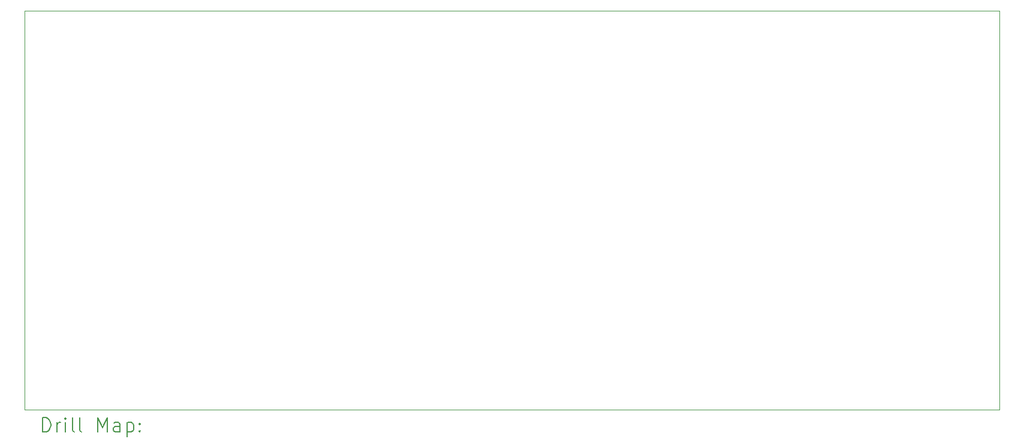
<source format=gbr>
%FSLAX45Y45*%
G04 Gerber Fmt 4.5, Leading zero omitted, Abs format (unit mm)*
G04 Created by KiCad (PCBNEW (6.0.2)) date 2022-06-24 18:07:36*
%MOMM*%
%LPD*%
G01*
G04 APERTURE LIST*
%TA.AperFunction,Profile*%
%ADD10C,0.100000*%
%TD*%
%ADD11C,0.200000*%
G04 APERTURE END LIST*
D10*
X8788400Y-5892800D02*
X22555200Y-5892800D01*
X22555200Y-5892800D02*
X22555200Y-11531600D01*
X22555200Y-11531600D02*
X8788400Y-11531600D01*
X8788400Y-11531600D02*
X8788400Y-5892800D01*
D11*
X9041019Y-11847076D02*
X9041019Y-11647076D01*
X9088638Y-11647076D01*
X9117210Y-11656600D01*
X9136257Y-11675648D01*
X9145781Y-11694695D01*
X9155305Y-11732790D01*
X9155305Y-11761362D01*
X9145781Y-11799457D01*
X9136257Y-11818505D01*
X9117210Y-11837552D01*
X9088638Y-11847076D01*
X9041019Y-11847076D01*
X9241019Y-11847076D02*
X9241019Y-11713743D01*
X9241019Y-11751838D02*
X9250543Y-11732790D01*
X9260067Y-11723267D01*
X9279114Y-11713743D01*
X9298162Y-11713743D01*
X9364829Y-11847076D02*
X9364829Y-11713743D01*
X9364829Y-11647076D02*
X9355305Y-11656600D01*
X9364829Y-11666124D01*
X9374352Y-11656600D01*
X9364829Y-11647076D01*
X9364829Y-11666124D01*
X9488638Y-11847076D02*
X9469590Y-11837552D01*
X9460067Y-11818505D01*
X9460067Y-11647076D01*
X9593400Y-11847076D02*
X9574352Y-11837552D01*
X9564829Y-11818505D01*
X9564829Y-11647076D01*
X9821971Y-11847076D02*
X9821971Y-11647076D01*
X9888638Y-11789933D01*
X9955305Y-11647076D01*
X9955305Y-11847076D01*
X10136257Y-11847076D02*
X10136257Y-11742314D01*
X10126733Y-11723267D01*
X10107686Y-11713743D01*
X10069590Y-11713743D01*
X10050543Y-11723267D01*
X10136257Y-11837552D02*
X10117210Y-11847076D01*
X10069590Y-11847076D01*
X10050543Y-11837552D01*
X10041019Y-11818505D01*
X10041019Y-11799457D01*
X10050543Y-11780409D01*
X10069590Y-11770886D01*
X10117210Y-11770886D01*
X10136257Y-11761362D01*
X10231495Y-11713743D02*
X10231495Y-11913743D01*
X10231495Y-11723267D02*
X10250543Y-11713743D01*
X10288638Y-11713743D01*
X10307686Y-11723267D01*
X10317210Y-11732790D01*
X10326733Y-11751838D01*
X10326733Y-11808981D01*
X10317210Y-11828028D01*
X10307686Y-11837552D01*
X10288638Y-11847076D01*
X10250543Y-11847076D01*
X10231495Y-11837552D01*
X10412448Y-11828028D02*
X10421971Y-11837552D01*
X10412448Y-11847076D01*
X10402924Y-11837552D01*
X10412448Y-11828028D01*
X10412448Y-11847076D01*
X10412448Y-11723267D02*
X10421971Y-11732790D01*
X10412448Y-11742314D01*
X10402924Y-11732790D01*
X10412448Y-11723267D01*
X10412448Y-11742314D01*
M02*

</source>
